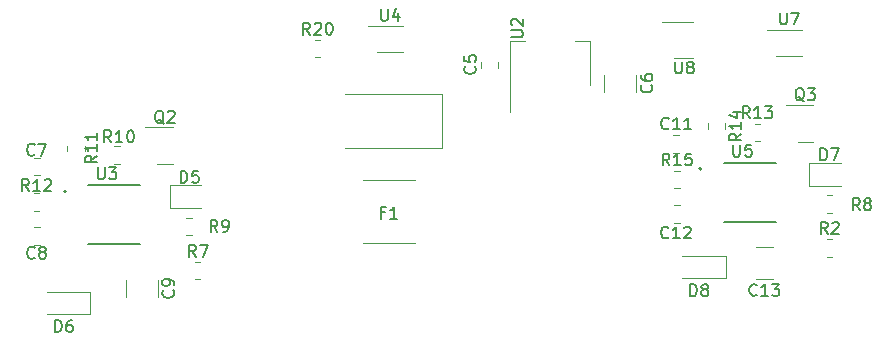
<source format=gbr>
%TF.GenerationSoftware,KiCad,Pcbnew,7.0.7*%
%TF.CreationDate,2024-03-31T21:55:30-04:00*%
%TF.ProjectId,4ch-driver-v0,3463682d-6472-4697-9665-722d76302e6b,rev?*%
%TF.SameCoordinates,Original*%
%TF.FileFunction,Legend,Top*%
%TF.FilePolarity,Positive*%
%FSLAX46Y46*%
G04 Gerber Fmt 4.6, Leading zero omitted, Abs format (unit mm)*
G04 Created by KiCad (PCBNEW 7.0.7) date 2024-03-31 21:55:30*
%MOMM*%
%LPD*%
G01*
G04 APERTURE LIST*
%ADD10C,0.150000*%
%ADD11C,0.120000*%
%ADD12C,0.127000*%
%ADD13C,0.200000*%
G04 APERTURE END LIST*
D10*
X110057142Y-101134819D02*
X109723809Y-100658628D01*
X109485714Y-101134819D02*
X109485714Y-100134819D01*
X109485714Y-100134819D02*
X109866666Y-100134819D01*
X109866666Y-100134819D02*
X109961904Y-100182438D01*
X109961904Y-100182438D02*
X110009523Y-100230057D01*
X110009523Y-100230057D02*
X110057142Y-100325295D01*
X110057142Y-100325295D02*
X110057142Y-100468152D01*
X110057142Y-100468152D02*
X110009523Y-100563390D01*
X110009523Y-100563390D02*
X109961904Y-100611009D01*
X109961904Y-100611009D02*
X109866666Y-100658628D01*
X109866666Y-100658628D02*
X109485714Y-100658628D01*
X111009523Y-101134819D02*
X110438095Y-101134819D01*
X110723809Y-101134819D02*
X110723809Y-100134819D01*
X110723809Y-100134819D02*
X110628571Y-100277676D01*
X110628571Y-100277676D02*
X110533333Y-100372914D01*
X110533333Y-100372914D02*
X110438095Y-100420533D01*
X111390476Y-100230057D02*
X111438095Y-100182438D01*
X111438095Y-100182438D02*
X111533333Y-100134819D01*
X111533333Y-100134819D02*
X111771428Y-100134819D01*
X111771428Y-100134819D02*
X111866666Y-100182438D01*
X111866666Y-100182438D02*
X111914285Y-100230057D01*
X111914285Y-100230057D02*
X111961904Y-100325295D01*
X111961904Y-100325295D02*
X111961904Y-100420533D01*
X111961904Y-100420533D02*
X111914285Y-100563390D01*
X111914285Y-100563390D02*
X111342857Y-101134819D01*
X111342857Y-101134819D02*
X111961904Y-101134819D01*
X122259580Y-109546666D02*
X122307200Y-109594285D01*
X122307200Y-109594285D02*
X122354819Y-109737142D01*
X122354819Y-109737142D02*
X122354819Y-109832380D01*
X122354819Y-109832380D02*
X122307200Y-109975237D01*
X122307200Y-109975237D02*
X122211961Y-110070475D01*
X122211961Y-110070475D02*
X122116723Y-110118094D01*
X122116723Y-110118094D02*
X121926247Y-110165713D01*
X121926247Y-110165713D02*
X121783390Y-110165713D01*
X121783390Y-110165713D02*
X121592914Y-110118094D01*
X121592914Y-110118094D02*
X121497676Y-110070475D01*
X121497676Y-110070475D02*
X121402438Y-109975237D01*
X121402438Y-109975237D02*
X121354819Y-109832380D01*
X121354819Y-109832380D02*
X121354819Y-109737142D01*
X121354819Y-109737142D02*
X121402438Y-109594285D01*
X121402438Y-109594285D02*
X121450057Y-109546666D01*
X122354819Y-109070475D02*
X122354819Y-108879999D01*
X122354819Y-108879999D02*
X122307200Y-108784761D01*
X122307200Y-108784761D02*
X122259580Y-108737142D01*
X122259580Y-108737142D02*
X122116723Y-108641904D01*
X122116723Y-108641904D02*
X121926247Y-108594285D01*
X121926247Y-108594285D02*
X121545295Y-108594285D01*
X121545295Y-108594285D02*
X121450057Y-108641904D01*
X121450057Y-108641904D02*
X121402438Y-108689523D01*
X121402438Y-108689523D02*
X121354819Y-108784761D01*
X121354819Y-108784761D02*
X121354819Y-108975237D01*
X121354819Y-108975237D02*
X121402438Y-109070475D01*
X121402438Y-109070475D02*
X121450057Y-109118094D01*
X121450057Y-109118094D02*
X121545295Y-109165713D01*
X121545295Y-109165713D02*
X121783390Y-109165713D01*
X121783390Y-109165713D02*
X121878628Y-109118094D01*
X121878628Y-109118094D02*
X121926247Y-109070475D01*
X121926247Y-109070475D02*
X121973866Y-108975237D01*
X121973866Y-108975237D02*
X121973866Y-108784761D01*
X121973866Y-108784761D02*
X121926247Y-108689523D01*
X121926247Y-108689523D02*
X121878628Y-108641904D01*
X121878628Y-108641904D02*
X121783390Y-108594285D01*
X139864095Y-85724819D02*
X139864095Y-86534342D01*
X139864095Y-86534342D02*
X139911714Y-86629580D01*
X139911714Y-86629580D02*
X139959333Y-86677200D01*
X139959333Y-86677200D02*
X140054571Y-86724819D01*
X140054571Y-86724819D02*
X140245047Y-86724819D01*
X140245047Y-86724819D02*
X140340285Y-86677200D01*
X140340285Y-86677200D02*
X140387904Y-86629580D01*
X140387904Y-86629580D02*
X140435523Y-86534342D01*
X140435523Y-86534342D02*
X140435523Y-85724819D01*
X141340285Y-86058152D02*
X141340285Y-86724819D01*
X141102190Y-85677200D02*
X140864095Y-86391485D01*
X140864095Y-86391485D02*
X141483142Y-86391485D01*
X122911905Y-100424819D02*
X122911905Y-99424819D01*
X122911905Y-99424819D02*
X123150000Y-99424819D01*
X123150000Y-99424819D02*
X123292857Y-99472438D01*
X123292857Y-99472438D02*
X123388095Y-99567676D01*
X123388095Y-99567676D02*
X123435714Y-99662914D01*
X123435714Y-99662914D02*
X123483333Y-99853390D01*
X123483333Y-99853390D02*
X123483333Y-99996247D01*
X123483333Y-99996247D02*
X123435714Y-100186723D01*
X123435714Y-100186723D02*
X123388095Y-100281961D01*
X123388095Y-100281961D02*
X123292857Y-100377200D01*
X123292857Y-100377200D02*
X123150000Y-100424819D01*
X123150000Y-100424819D02*
X122911905Y-100424819D01*
X124388095Y-99424819D02*
X123911905Y-99424819D01*
X123911905Y-99424819D02*
X123864286Y-99901009D01*
X123864286Y-99901009D02*
X123911905Y-99853390D01*
X123911905Y-99853390D02*
X124007143Y-99805771D01*
X124007143Y-99805771D02*
X124245238Y-99805771D01*
X124245238Y-99805771D02*
X124340476Y-99853390D01*
X124340476Y-99853390D02*
X124388095Y-99901009D01*
X124388095Y-99901009D02*
X124435714Y-99996247D01*
X124435714Y-99996247D02*
X124435714Y-100234342D01*
X124435714Y-100234342D02*
X124388095Y-100329580D01*
X124388095Y-100329580D02*
X124340476Y-100377200D01*
X124340476Y-100377200D02*
X124245238Y-100424819D01*
X124245238Y-100424819D02*
X124007143Y-100424819D01*
X124007143Y-100424819D02*
X123911905Y-100377200D01*
X123911905Y-100377200D02*
X123864286Y-100329580D01*
X170358819Y-96276857D02*
X169882628Y-96610190D01*
X170358819Y-96848285D02*
X169358819Y-96848285D01*
X169358819Y-96848285D02*
X169358819Y-96467333D01*
X169358819Y-96467333D02*
X169406438Y-96372095D01*
X169406438Y-96372095D02*
X169454057Y-96324476D01*
X169454057Y-96324476D02*
X169549295Y-96276857D01*
X169549295Y-96276857D02*
X169692152Y-96276857D01*
X169692152Y-96276857D02*
X169787390Y-96324476D01*
X169787390Y-96324476D02*
X169835009Y-96372095D01*
X169835009Y-96372095D02*
X169882628Y-96467333D01*
X169882628Y-96467333D02*
X169882628Y-96848285D01*
X170358819Y-95324476D02*
X170358819Y-95895904D01*
X170358819Y-95610190D02*
X169358819Y-95610190D01*
X169358819Y-95610190D02*
X169501676Y-95705428D01*
X169501676Y-95705428D02*
X169596914Y-95800666D01*
X169596914Y-95800666D02*
X169644533Y-95895904D01*
X169692152Y-94467333D02*
X170358819Y-94467333D01*
X169311200Y-94705428D02*
X170025485Y-94943523D01*
X170025485Y-94943523D02*
X170025485Y-94324476D01*
X110533333Y-106769580D02*
X110485714Y-106817200D01*
X110485714Y-106817200D02*
X110342857Y-106864819D01*
X110342857Y-106864819D02*
X110247619Y-106864819D01*
X110247619Y-106864819D02*
X110104762Y-106817200D01*
X110104762Y-106817200D02*
X110009524Y-106721961D01*
X110009524Y-106721961D02*
X109961905Y-106626723D01*
X109961905Y-106626723D02*
X109914286Y-106436247D01*
X109914286Y-106436247D02*
X109914286Y-106293390D01*
X109914286Y-106293390D02*
X109961905Y-106102914D01*
X109961905Y-106102914D02*
X110009524Y-106007676D01*
X110009524Y-106007676D02*
X110104762Y-105912438D01*
X110104762Y-105912438D02*
X110247619Y-105864819D01*
X110247619Y-105864819D02*
X110342857Y-105864819D01*
X110342857Y-105864819D02*
X110485714Y-105912438D01*
X110485714Y-105912438D02*
X110533333Y-105960057D01*
X111104762Y-106293390D02*
X111009524Y-106245771D01*
X111009524Y-106245771D02*
X110961905Y-106198152D01*
X110961905Y-106198152D02*
X110914286Y-106102914D01*
X110914286Y-106102914D02*
X110914286Y-106055295D01*
X110914286Y-106055295D02*
X110961905Y-105960057D01*
X110961905Y-105960057D02*
X111009524Y-105912438D01*
X111009524Y-105912438D02*
X111104762Y-105864819D01*
X111104762Y-105864819D02*
X111295238Y-105864819D01*
X111295238Y-105864819D02*
X111390476Y-105912438D01*
X111390476Y-105912438D02*
X111438095Y-105960057D01*
X111438095Y-105960057D02*
X111485714Y-106055295D01*
X111485714Y-106055295D02*
X111485714Y-106102914D01*
X111485714Y-106102914D02*
X111438095Y-106198152D01*
X111438095Y-106198152D02*
X111390476Y-106245771D01*
X111390476Y-106245771D02*
X111295238Y-106293390D01*
X111295238Y-106293390D02*
X111104762Y-106293390D01*
X111104762Y-106293390D02*
X111009524Y-106341009D01*
X111009524Y-106341009D02*
X110961905Y-106388628D01*
X110961905Y-106388628D02*
X110914286Y-106483866D01*
X110914286Y-106483866D02*
X110914286Y-106674342D01*
X110914286Y-106674342D02*
X110961905Y-106769580D01*
X110961905Y-106769580D02*
X111009524Y-106817200D01*
X111009524Y-106817200D02*
X111104762Y-106864819D01*
X111104762Y-106864819D02*
X111295238Y-106864819D01*
X111295238Y-106864819D02*
X111390476Y-106817200D01*
X111390476Y-106817200D02*
X111438095Y-106769580D01*
X111438095Y-106769580D02*
X111485714Y-106674342D01*
X111485714Y-106674342D02*
X111485714Y-106483866D01*
X111485714Y-106483866D02*
X111438095Y-106388628D01*
X111438095Y-106388628D02*
X111390476Y-106341009D01*
X111390476Y-106341009D02*
X111295238Y-106293390D01*
X140186666Y-102941009D02*
X139853333Y-102941009D01*
X139853333Y-103464819D02*
X139853333Y-102464819D01*
X139853333Y-102464819D02*
X140329523Y-102464819D01*
X141234285Y-103464819D02*
X140662857Y-103464819D01*
X140948571Y-103464819D02*
X140948571Y-102464819D01*
X140948571Y-102464819D02*
X140853333Y-102607676D01*
X140853333Y-102607676D02*
X140758095Y-102702914D01*
X140758095Y-102702914D02*
X140662857Y-102750533D01*
X177075905Y-98528819D02*
X177075905Y-97528819D01*
X177075905Y-97528819D02*
X177314000Y-97528819D01*
X177314000Y-97528819D02*
X177456857Y-97576438D01*
X177456857Y-97576438D02*
X177552095Y-97671676D01*
X177552095Y-97671676D02*
X177599714Y-97766914D01*
X177599714Y-97766914D02*
X177647333Y-97957390D01*
X177647333Y-97957390D02*
X177647333Y-98100247D01*
X177647333Y-98100247D02*
X177599714Y-98290723D01*
X177599714Y-98290723D02*
X177552095Y-98385961D01*
X177552095Y-98385961D02*
X177456857Y-98481200D01*
X177456857Y-98481200D02*
X177314000Y-98528819D01*
X177314000Y-98528819D02*
X177075905Y-98528819D01*
X177980667Y-97528819D02*
X178647333Y-97528819D01*
X178647333Y-97528819D02*
X178218762Y-98528819D01*
X112269405Y-113064819D02*
X112269405Y-112064819D01*
X112269405Y-112064819D02*
X112507500Y-112064819D01*
X112507500Y-112064819D02*
X112650357Y-112112438D01*
X112650357Y-112112438D02*
X112745595Y-112207676D01*
X112745595Y-112207676D02*
X112793214Y-112302914D01*
X112793214Y-112302914D02*
X112840833Y-112493390D01*
X112840833Y-112493390D02*
X112840833Y-112636247D01*
X112840833Y-112636247D02*
X112793214Y-112826723D01*
X112793214Y-112826723D02*
X112745595Y-112921961D01*
X112745595Y-112921961D02*
X112650357Y-113017200D01*
X112650357Y-113017200D02*
X112507500Y-113064819D01*
X112507500Y-113064819D02*
X112269405Y-113064819D01*
X113697976Y-112064819D02*
X113507500Y-112064819D01*
X113507500Y-112064819D02*
X113412262Y-112112438D01*
X113412262Y-112112438D02*
X113364643Y-112160057D01*
X113364643Y-112160057D02*
X113269405Y-112302914D01*
X113269405Y-112302914D02*
X113221786Y-112493390D01*
X113221786Y-112493390D02*
X113221786Y-112874342D01*
X113221786Y-112874342D02*
X113269405Y-112969580D01*
X113269405Y-112969580D02*
X113317024Y-113017200D01*
X113317024Y-113017200D02*
X113412262Y-113064819D01*
X113412262Y-113064819D02*
X113602738Y-113064819D01*
X113602738Y-113064819D02*
X113697976Y-113017200D01*
X113697976Y-113017200D02*
X113745595Y-112969580D01*
X113745595Y-112969580D02*
X113793214Y-112874342D01*
X113793214Y-112874342D02*
X113793214Y-112636247D01*
X113793214Y-112636247D02*
X113745595Y-112541009D01*
X113745595Y-112541009D02*
X113697976Y-112493390D01*
X113697976Y-112493390D02*
X113602738Y-112445771D01*
X113602738Y-112445771D02*
X113412262Y-112445771D01*
X113412262Y-112445771D02*
X113317024Y-112493390D01*
X113317024Y-112493390D02*
X113269405Y-112541009D01*
X113269405Y-112541009D02*
X113221786Y-112636247D01*
X121484761Y-95440057D02*
X121389523Y-95392438D01*
X121389523Y-95392438D02*
X121294285Y-95297200D01*
X121294285Y-95297200D02*
X121151428Y-95154342D01*
X121151428Y-95154342D02*
X121056190Y-95106723D01*
X121056190Y-95106723D02*
X120960952Y-95106723D01*
X121008571Y-95344819D02*
X120913333Y-95297200D01*
X120913333Y-95297200D02*
X120818095Y-95201961D01*
X120818095Y-95201961D02*
X120770476Y-95011485D01*
X120770476Y-95011485D02*
X120770476Y-94678152D01*
X120770476Y-94678152D02*
X120818095Y-94487676D01*
X120818095Y-94487676D02*
X120913333Y-94392438D01*
X120913333Y-94392438D02*
X121008571Y-94344819D01*
X121008571Y-94344819D02*
X121199047Y-94344819D01*
X121199047Y-94344819D02*
X121294285Y-94392438D01*
X121294285Y-94392438D02*
X121389523Y-94487676D01*
X121389523Y-94487676D02*
X121437142Y-94678152D01*
X121437142Y-94678152D02*
X121437142Y-95011485D01*
X121437142Y-95011485D02*
X121389523Y-95201961D01*
X121389523Y-95201961D02*
X121294285Y-95297200D01*
X121294285Y-95297200D02*
X121199047Y-95344819D01*
X121199047Y-95344819D02*
X121008571Y-95344819D01*
X121818095Y-94440057D02*
X121865714Y-94392438D01*
X121865714Y-94392438D02*
X121960952Y-94344819D01*
X121960952Y-94344819D02*
X122199047Y-94344819D01*
X122199047Y-94344819D02*
X122294285Y-94392438D01*
X122294285Y-94392438D02*
X122341904Y-94440057D01*
X122341904Y-94440057D02*
X122389523Y-94535295D01*
X122389523Y-94535295D02*
X122389523Y-94630533D01*
X122389523Y-94630533D02*
X122341904Y-94773390D01*
X122341904Y-94773390D02*
X121770476Y-95344819D01*
X121770476Y-95344819D02*
X122389523Y-95344819D01*
X164768095Y-90164819D02*
X164768095Y-90974342D01*
X164768095Y-90974342D02*
X164815714Y-91069580D01*
X164815714Y-91069580D02*
X164863333Y-91117200D01*
X164863333Y-91117200D02*
X164958571Y-91164819D01*
X164958571Y-91164819D02*
X165149047Y-91164819D01*
X165149047Y-91164819D02*
X165244285Y-91117200D01*
X165244285Y-91117200D02*
X165291904Y-91069580D01*
X165291904Y-91069580D02*
X165339523Y-90974342D01*
X165339523Y-90974342D02*
X165339523Y-90164819D01*
X165958571Y-90593390D02*
X165863333Y-90545771D01*
X165863333Y-90545771D02*
X165815714Y-90498152D01*
X165815714Y-90498152D02*
X165768095Y-90402914D01*
X165768095Y-90402914D02*
X165768095Y-90355295D01*
X165768095Y-90355295D02*
X165815714Y-90260057D01*
X165815714Y-90260057D02*
X165863333Y-90212438D01*
X165863333Y-90212438D02*
X165958571Y-90164819D01*
X165958571Y-90164819D02*
X166149047Y-90164819D01*
X166149047Y-90164819D02*
X166244285Y-90212438D01*
X166244285Y-90212438D02*
X166291904Y-90260057D01*
X166291904Y-90260057D02*
X166339523Y-90355295D01*
X166339523Y-90355295D02*
X166339523Y-90402914D01*
X166339523Y-90402914D02*
X166291904Y-90498152D01*
X166291904Y-90498152D02*
X166244285Y-90545771D01*
X166244285Y-90545771D02*
X166149047Y-90593390D01*
X166149047Y-90593390D02*
X165958571Y-90593390D01*
X165958571Y-90593390D02*
X165863333Y-90641009D01*
X165863333Y-90641009D02*
X165815714Y-90688628D01*
X165815714Y-90688628D02*
X165768095Y-90783866D01*
X165768095Y-90783866D02*
X165768095Y-90974342D01*
X165768095Y-90974342D02*
X165815714Y-91069580D01*
X165815714Y-91069580D02*
X165863333Y-91117200D01*
X165863333Y-91117200D02*
X165958571Y-91164819D01*
X165958571Y-91164819D02*
X166149047Y-91164819D01*
X166149047Y-91164819D02*
X166244285Y-91117200D01*
X166244285Y-91117200D02*
X166291904Y-91069580D01*
X166291904Y-91069580D02*
X166339523Y-90974342D01*
X166339523Y-90974342D02*
X166339523Y-90783866D01*
X166339523Y-90783866D02*
X166291904Y-90688628D01*
X166291904Y-90688628D02*
X166244285Y-90641009D01*
X166244285Y-90641009D02*
X166149047Y-90593390D01*
X171677142Y-109909580D02*
X171629523Y-109957200D01*
X171629523Y-109957200D02*
X171486666Y-110004819D01*
X171486666Y-110004819D02*
X171391428Y-110004819D01*
X171391428Y-110004819D02*
X171248571Y-109957200D01*
X171248571Y-109957200D02*
X171153333Y-109861961D01*
X171153333Y-109861961D02*
X171105714Y-109766723D01*
X171105714Y-109766723D02*
X171058095Y-109576247D01*
X171058095Y-109576247D02*
X171058095Y-109433390D01*
X171058095Y-109433390D02*
X171105714Y-109242914D01*
X171105714Y-109242914D02*
X171153333Y-109147676D01*
X171153333Y-109147676D02*
X171248571Y-109052438D01*
X171248571Y-109052438D02*
X171391428Y-109004819D01*
X171391428Y-109004819D02*
X171486666Y-109004819D01*
X171486666Y-109004819D02*
X171629523Y-109052438D01*
X171629523Y-109052438D02*
X171677142Y-109100057D01*
X172629523Y-110004819D02*
X172058095Y-110004819D01*
X172343809Y-110004819D02*
X172343809Y-109004819D01*
X172343809Y-109004819D02*
X172248571Y-109147676D01*
X172248571Y-109147676D02*
X172153333Y-109242914D01*
X172153333Y-109242914D02*
X172058095Y-109290533D01*
X172962857Y-109004819D02*
X173581904Y-109004819D01*
X173581904Y-109004819D02*
X173248571Y-109385771D01*
X173248571Y-109385771D02*
X173391428Y-109385771D01*
X173391428Y-109385771D02*
X173486666Y-109433390D01*
X173486666Y-109433390D02*
X173534285Y-109481009D01*
X173534285Y-109481009D02*
X173581904Y-109576247D01*
X173581904Y-109576247D02*
X173581904Y-109814342D01*
X173581904Y-109814342D02*
X173534285Y-109909580D01*
X173534285Y-109909580D02*
X173486666Y-109957200D01*
X173486666Y-109957200D02*
X173391428Y-110004819D01*
X173391428Y-110004819D02*
X173105714Y-110004819D01*
X173105714Y-110004819D02*
X173010476Y-109957200D01*
X173010476Y-109957200D02*
X172962857Y-109909580D01*
X115893095Y-99122819D02*
X115893095Y-99932342D01*
X115893095Y-99932342D02*
X115940714Y-100027580D01*
X115940714Y-100027580D02*
X115988333Y-100075200D01*
X115988333Y-100075200D02*
X116083571Y-100122819D01*
X116083571Y-100122819D02*
X116274047Y-100122819D01*
X116274047Y-100122819D02*
X116369285Y-100075200D01*
X116369285Y-100075200D02*
X116416904Y-100027580D01*
X116416904Y-100027580D02*
X116464523Y-99932342D01*
X116464523Y-99932342D02*
X116464523Y-99122819D01*
X116845476Y-99122819D02*
X117464523Y-99122819D01*
X117464523Y-99122819D02*
X117131190Y-99503771D01*
X117131190Y-99503771D02*
X117274047Y-99503771D01*
X117274047Y-99503771D02*
X117369285Y-99551390D01*
X117369285Y-99551390D02*
X117416904Y-99599009D01*
X117416904Y-99599009D02*
X117464523Y-99694247D01*
X117464523Y-99694247D02*
X117464523Y-99932342D01*
X117464523Y-99932342D02*
X117416904Y-100027580D01*
X117416904Y-100027580D02*
X117369285Y-100075200D01*
X117369285Y-100075200D02*
X117274047Y-100122819D01*
X117274047Y-100122819D02*
X116988333Y-100122819D01*
X116988333Y-100122819D02*
X116893095Y-100075200D01*
X116893095Y-100075200D02*
X116845476Y-100027580D01*
X169687095Y-97216819D02*
X169687095Y-98026342D01*
X169687095Y-98026342D02*
X169734714Y-98121580D01*
X169734714Y-98121580D02*
X169782333Y-98169200D01*
X169782333Y-98169200D02*
X169877571Y-98216819D01*
X169877571Y-98216819D02*
X170068047Y-98216819D01*
X170068047Y-98216819D02*
X170163285Y-98169200D01*
X170163285Y-98169200D02*
X170210904Y-98121580D01*
X170210904Y-98121580D02*
X170258523Y-98026342D01*
X170258523Y-98026342D02*
X170258523Y-97216819D01*
X171210904Y-97216819D02*
X170734714Y-97216819D01*
X170734714Y-97216819D02*
X170687095Y-97693009D01*
X170687095Y-97693009D02*
X170734714Y-97645390D01*
X170734714Y-97645390D02*
X170829952Y-97597771D01*
X170829952Y-97597771D02*
X171068047Y-97597771D01*
X171068047Y-97597771D02*
X171163285Y-97645390D01*
X171163285Y-97645390D02*
X171210904Y-97693009D01*
X171210904Y-97693009D02*
X171258523Y-97788247D01*
X171258523Y-97788247D02*
X171258523Y-98026342D01*
X171258523Y-98026342D02*
X171210904Y-98121580D01*
X171210904Y-98121580D02*
X171163285Y-98169200D01*
X171163285Y-98169200D02*
X171068047Y-98216819D01*
X171068047Y-98216819D02*
X170829952Y-98216819D01*
X170829952Y-98216819D02*
X170734714Y-98169200D01*
X170734714Y-98169200D02*
X170687095Y-98121580D01*
X147819580Y-90586666D02*
X147867200Y-90634285D01*
X147867200Y-90634285D02*
X147914819Y-90777142D01*
X147914819Y-90777142D02*
X147914819Y-90872380D01*
X147914819Y-90872380D02*
X147867200Y-91015237D01*
X147867200Y-91015237D02*
X147771961Y-91110475D01*
X147771961Y-91110475D02*
X147676723Y-91158094D01*
X147676723Y-91158094D02*
X147486247Y-91205713D01*
X147486247Y-91205713D02*
X147343390Y-91205713D01*
X147343390Y-91205713D02*
X147152914Y-91158094D01*
X147152914Y-91158094D02*
X147057676Y-91110475D01*
X147057676Y-91110475D02*
X146962438Y-91015237D01*
X146962438Y-91015237D02*
X146914819Y-90872380D01*
X146914819Y-90872380D02*
X146914819Y-90777142D01*
X146914819Y-90777142D02*
X146962438Y-90634285D01*
X146962438Y-90634285D02*
X147010057Y-90586666D01*
X146914819Y-89681904D02*
X146914819Y-90158094D01*
X146914819Y-90158094D02*
X147391009Y-90205713D01*
X147391009Y-90205713D02*
X147343390Y-90158094D01*
X147343390Y-90158094D02*
X147295771Y-90062856D01*
X147295771Y-90062856D02*
X147295771Y-89824761D01*
X147295771Y-89824761D02*
X147343390Y-89729523D01*
X147343390Y-89729523D02*
X147391009Y-89681904D01*
X147391009Y-89681904D02*
X147486247Y-89634285D01*
X147486247Y-89634285D02*
X147724342Y-89634285D01*
X147724342Y-89634285D02*
X147819580Y-89681904D01*
X147819580Y-89681904D02*
X147867200Y-89729523D01*
X147867200Y-89729523D02*
X147914819Y-89824761D01*
X147914819Y-89824761D02*
X147914819Y-90062856D01*
X147914819Y-90062856D02*
X147867200Y-90158094D01*
X147867200Y-90158094D02*
X147819580Y-90205713D01*
X180403333Y-102754819D02*
X180070000Y-102278628D01*
X179831905Y-102754819D02*
X179831905Y-101754819D01*
X179831905Y-101754819D02*
X180212857Y-101754819D01*
X180212857Y-101754819D02*
X180308095Y-101802438D01*
X180308095Y-101802438D02*
X180355714Y-101850057D01*
X180355714Y-101850057D02*
X180403333Y-101945295D01*
X180403333Y-101945295D02*
X180403333Y-102088152D01*
X180403333Y-102088152D02*
X180355714Y-102183390D01*
X180355714Y-102183390D02*
X180308095Y-102231009D01*
X180308095Y-102231009D02*
X180212857Y-102278628D01*
X180212857Y-102278628D02*
X179831905Y-102278628D01*
X180974762Y-102183390D02*
X180879524Y-102135771D01*
X180879524Y-102135771D02*
X180831905Y-102088152D01*
X180831905Y-102088152D02*
X180784286Y-101992914D01*
X180784286Y-101992914D02*
X180784286Y-101945295D01*
X180784286Y-101945295D02*
X180831905Y-101850057D01*
X180831905Y-101850057D02*
X180879524Y-101802438D01*
X180879524Y-101802438D02*
X180974762Y-101754819D01*
X180974762Y-101754819D02*
X181165238Y-101754819D01*
X181165238Y-101754819D02*
X181260476Y-101802438D01*
X181260476Y-101802438D02*
X181308095Y-101850057D01*
X181308095Y-101850057D02*
X181355714Y-101945295D01*
X181355714Y-101945295D02*
X181355714Y-101992914D01*
X181355714Y-101992914D02*
X181308095Y-102088152D01*
X181308095Y-102088152D02*
X181260476Y-102135771D01*
X181260476Y-102135771D02*
X181165238Y-102183390D01*
X181165238Y-102183390D02*
X180974762Y-102183390D01*
X180974762Y-102183390D02*
X180879524Y-102231009D01*
X180879524Y-102231009D02*
X180831905Y-102278628D01*
X180831905Y-102278628D02*
X180784286Y-102373866D01*
X180784286Y-102373866D02*
X180784286Y-102564342D01*
X180784286Y-102564342D02*
X180831905Y-102659580D01*
X180831905Y-102659580D02*
X180879524Y-102707200D01*
X180879524Y-102707200D02*
X180974762Y-102754819D01*
X180974762Y-102754819D02*
X181165238Y-102754819D01*
X181165238Y-102754819D02*
X181260476Y-102707200D01*
X181260476Y-102707200D02*
X181308095Y-102659580D01*
X181308095Y-102659580D02*
X181355714Y-102564342D01*
X181355714Y-102564342D02*
X181355714Y-102373866D01*
X181355714Y-102373866D02*
X181308095Y-102278628D01*
X181308095Y-102278628D02*
X181260476Y-102231009D01*
X181260476Y-102231009D02*
X181165238Y-102183390D01*
X110533333Y-98029580D02*
X110485714Y-98077200D01*
X110485714Y-98077200D02*
X110342857Y-98124819D01*
X110342857Y-98124819D02*
X110247619Y-98124819D01*
X110247619Y-98124819D02*
X110104762Y-98077200D01*
X110104762Y-98077200D02*
X110009524Y-97981961D01*
X110009524Y-97981961D02*
X109961905Y-97886723D01*
X109961905Y-97886723D02*
X109914286Y-97696247D01*
X109914286Y-97696247D02*
X109914286Y-97553390D01*
X109914286Y-97553390D02*
X109961905Y-97362914D01*
X109961905Y-97362914D02*
X110009524Y-97267676D01*
X110009524Y-97267676D02*
X110104762Y-97172438D01*
X110104762Y-97172438D02*
X110247619Y-97124819D01*
X110247619Y-97124819D02*
X110342857Y-97124819D01*
X110342857Y-97124819D02*
X110485714Y-97172438D01*
X110485714Y-97172438D02*
X110533333Y-97220057D01*
X110866667Y-97124819D02*
X111533333Y-97124819D01*
X111533333Y-97124819D02*
X111104762Y-98124819D01*
X171081142Y-94968819D02*
X170747809Y-94492628D01*
X170509714Y-94968819D02*
X170509714Y-93968819D01*
X170509714Y-93968819D02*
X170890666Y-93968819D01*
X170890666Y-93968819D02*
X170985904Y-94016438D01*
X170985904Y-94016438D02*
X171033523Y-94064057D01*
X171033523Y-94064057D02*
X171081142Y-94159295D01*
X171081142Y-94159295D02*
X171081142Y-94302152D01*
X171081142Y-94302152D02*
X171033523Y-94397390D01*
X171033523Y-94397390D02*
X170985904Y-94445009D01*
X170985904Y-94445009D02*
X170890666Y-94492628D01*
X170890666Y-94492628D02*
X170509714Y-94492628D01*
X172033523Y-94968819D02*
X171462095Y-94968819D01*
X171747809Y-94968819D02*
X171747809Y-93968819D01*
X171747809Y-93968819D02*
X171652571Y-94111676D01*
X171652571Y-94111676D02*
X171557333Y-94206914D01*
X171557333Y-94206914D02*
X171462095Y-94254533D01*
X172366857Y-93968819D02*
X172985904Y-93968819D01*
X172985904Y-93968819D02*
X172652571Y-94349771D01*
X172652571Y-94349771D02*
X172795428Y-94349771D01*
X172795428Y-94349771D02*
X172890666Y-94397390D01*
X172890666Y-94397390D02*
X172938285Y-94445009D01*
X172938285Y-94445009D02*
X172985904Y-94540247D01*
X172985904Y-94540247D02*
X172985904Y-94778342D01*
X172985904Y-94778342D02*
X172938285Y-94873580D01*
X172938285Y-94873580D02*
X172890666Y-94921200D01*
X172890666Y-94921200D02*
X172795428Y-94968819D01*
X172795428Y-94968819D02*
X172509714Y-94968819D01*
X172509714Y-94968819D02*
X172414476Y-94921200D01*
X172414476Y-94921200D02*
X172366857Y-94873580D01*
X166049905Y-110028819D02*
X166049905Y-109028819D01*
X166049905Y-109028819D02*
X166288000Y-109028819D01*
X166288000Y-109028819D02*
X166430857Y-109076438D01*
X166430857Y-109076438D02*
X166526095Y-109171676D01*
X166526095Y-109171676D02*
X166573714Y-109266914D01*
X166573714Y-109266914D02*
X166621333Y-109457390D01*
X166621333Y-109457390D02*
X166621333Y-109600247D01*
X166621333Y-109600247D02*
X166573714Y-109790723D01*
X166573714Y-109790723D02*
X166526095Y-109885961D01*
X166526095Y-109885961D02*
X166430857Y-109981200D01*
X166430857Y-109981200D02*
X166288000Y-110028819D01*
X166288000Y-110028819D02*
X166049905Y-110028819D01*
X167192762Y-109457390D02*
X167097524Y-109409771D01*
X167097524Y-109409771D02*
X167049905Y-109362152D01*
X167049905Y-109362152D02*
X167002286Y-109266914D01*
X167002286Y-109266914D02*
X167002286Y-109219295D01*
X167002286Y-109219295D02*
X167049905Y-109124057D01*
X167049905Y-109124057D02*
X167097524Y-109076438D01*
X167097524Y-109076438D02*
X167192762Y-109028819D01*
X167192762Y-109028819D02*
X167383238Y-109028819D01*
X167383238Y-109028819D02*
X167478476Y-109076438D01*
X167478476Y-109076438D02*
X167526095Y-109124057D01*
X167526095Y-109124057D02*
X167573714Y-109219295D01*
X167573714Y-109219295D02*
X167573714Y-109266914D01*
X167573714Y-109266914D02*
X167526095Y-109362152D01*
X167526095Y-109362152D02*
X167478476Y-109409771D01*
X167478476Y-109409771D02*
X167383238Y-109457390D01*
X167383238Y-109457390D02*
X167192762Y-109457390D01*
X167192762Y-109457390D02*
X167097524Y-109505009D01*
X167097524Y-109505009D02*
X167049905Y-109552628D01*
X167049905Y-109552628D02*
X167002286Y-109647866D01*
X167002286Y-109647866D02*
X167002286Y-109838342D01*
X167002286Y-109838342D02*
X167049905Y-109933580D01*
X167049905Y-109933580D02*
X167097524Y-109981200D01*
X167097524Y-109981200D02*
X167192762Y-110028819D01*
X167192762Y-110028819D02*
X167383238Y-110028819D01*
X167383238Y-110028819D02*
X167478476Y-109981200D01*
X167478476Y-109981200D02*
X167526095Y-109933580D01*
X167526095Y-109933580D02*
X167573714Y-109838342D01*
X167573714Y-109838342D02*
X167573714Y-109647866D01*
X167573714Y-109647866D02*
X167526095Y-109552628D01*
X167526095Y-109552628D02*
X167478476Y-109505009D01*
X167478476Y-109505009D02*
X167383238Y-109457390D01*
X162749580Y-92166666D02*
X162797200Y-92214285D01*
X162797200Y-92214285D02*
X162844819Y-92357142D01*
X162844819Y-92357142D02*
X162844819Y-92452380D01*
X162844819Y-92452380D02*
X162797200Y-92595237D01*
X162797200Y-92595237D02*
X162701961Y-92690475D01*
X162701961Y-92690475D02*
X162606723Y-92738094D01*
X162606723Y-92738094D02*
X162416247Y-92785713D01*
X162416247Y-92785713D02*
X162273390Y-92785713D01*
X162273390Y-92785713D02*
X162082914Y-92738094D01*
X162082914Y-92738094D02*
X161987676Y-92690475D01*
X161987676Y-92690475D02*
X161892438Y-92595237D01*
X161892438Y-92595237D02*
X161844819Y-92452380D01*
X161844819Y-92452380D02*
X161844819Y-92357142D01*
X161844819Y-92357142D02*
X161892438Y-92214285D01*
X161892438Y-92214285D02*
X161940057Y-92166666D01*
X161844819Y-91309523D02*
X161844819Y-91499999D01*
X161844819Y-91499999D02*
X161892438Y-91595237D01*
X161892438Y-91595237D02*
X161940057Y-91642856D01*
X161940057Y-91642856D02*
X162082914Y-91738094D01*
X162082914Y-91738094D02*
X162273390Y-91785713D01*
X162273390Y-91785713D02*
X162654342Y-91785713D01*
X162654342Y-91785713D02*
X162749580Y-91738094D01*
X162749580Y-91738094D02*
X162797200Y-91690475D01*
X162797200Y-91690475D02*
X162844819Y-91595237D01*
X162844819Y-91595237D02*
X162844819Y-91404761D01*
X162844819Y-91404761D02*
X162797200Y-91309523D01*
X162797200Y-91309523D02*
X162749580Y-91261904D01*
X162749580Y-91261904D02*
X162654342Y-91214285D01*
X162654342Y-91214285D02*
X162416247Y-91214285D01*
X162416247Y-91214285D02*
X162321009Y-91261904D01*
X162321009Y-91261904D02*
X162273390Y-91309523D01*
X162273390Y-91309523D02*
X162225771Y-91404761D01*
X162225771Y-91404761D02*
X162225771Y-91595237D01*
X162225771Y-91595237D02*
X162273390Y-91690475D01*
X162273390Y-91690475D02*
X162321009Y-91738094D01*
X162321009Y-91738094D02*
X162416247Y-91785713D01*
X164291142Y-98968819D02*
X163957809Y-98492628D01*
X163719714Y-98968819D02*
X163719714Y-97968819D01*
X163719714Y-97968819D02*
X164100666Y-97968819D01*
X164100666Y-97968819D02*
X164195904Y-98016438D01*
X164195904Y-98016438D02*
X164243523Y-98064057D01*
X164243523Y-98064057D02*
X164291142Y-98159295D01*
X164291142Y-98159295D02*
X164291142Y-98302152D01*
X164291142Y-98302152D02*
X164243523Y-98397390D01*
X164243523Y-98397390D02*
X164195904Y-98445009D01*
X164195904Y-98445009D02*
X164100666Y-98492628D01*
X164100666Y-98492628D02*
X163719714Y-98492628D01*
X165243523Y-98968819D02*
X164672095Y-98968819D01*
X164957809Y-98968819D02*
X164957809Y-97968819D01*
X164957809Y-97968819D02*
X164862571Y-98111676D01*
X164862571Y-98111676D02*
X164767333Y-98206914D01*
X164767333Y-98206914D02*
X164672095Y-98254533D01*
X166148285Y-97968819D02*
X165672095Y-97968819D01*
X165672095Y-97968819D02*
X165624476Y-98445009D01*
X165624476Y-98445009D02*
X165672095Y-98397390D01*
X165672095Y-98397390D02*
X165767333Y-98349771D01*
X165767333Y-98349771D02*
X166005428Y-98349771D01*
X166005428Y-98349771D02*
X166100666Y-98397390D01*
X166100666Y-98397390D02*
X166148285Y-98445009D01*
X166148285Y-98445009D02*
X166195904Y-98540247D01*
X166195904Y-98540247D02*
X166195904Y-98778342D01*
X166195904Y-98778342D02*
X166148285Y-98873580D01*
X166148285Y-98873580D02*
X166100666Y-98921200D01*
X166100666Y-98921200D02*
X166005428Y-98968819D01*
X166005428Y-98968819D02*
X165767333Y-98968819D01*
X165767333Y-98968819D02*
X165672095Y-98921200D01*
X165672095Y-98921200D02*
X165624476Y-98873580D01*
X115814819Y-98142857D02*
X115338628Y-98476190D01*
X115814819Y-98714285D02*
X114814819Y-98714285D01*
X114814819Y-98714285D02*
X114814819Y-98333333D01*
X114814819Y-98333333D02*
X114862438Y-98238095D01*
X114862438Y-98238095D02*
X114910057Y-98190476D01*
X114910057Y-98190476D02*
X115005295Y-98142857D01*
X115005295Y-98142857D02*
X115148152Y-98142857D01*
X115148152Y-98142857D02*
X115243390Y-98190476D01*
X115243390Y-98190476D02*
X115291009Y-98238095D01*
X115291009Y-98238095D02*
X115338628Y-98333333D01*
X115338628Y-98333333D02*
X115338628Y-98714285D01*
X115814819Y-97190476D02*
X115814819Y-97761904D01*
X115814819Y-97476190D02*
X114814819Y-97476190D01*
X114814819Y-97476190D02*
X114957676Y-97571428D01*
X114957676Y-97571428D02*
X115052914Y-97666666D01*
X115052914Y-97666666D02*
X115100533Y-97761904D01*
X115814819Y-96238095D02*
X115814819Y-96809523D01*
X115814819Y-96523809D02*
X114814819Y-96523809D01*
X114814819Y-96523809D02*
X114957676Y-96619047D01*
X114957676Y-96619047D02*
X115052914Y-96714285D01*
X115052914Y-96714285D02*
X115100533Y-96809523D01*
X133857142Y-87884819D02*
X133523809Y-87408628D01*
X133285714Y-87884819D02*
X133285714Y-86884819D01*
X133285714Y-86884819D02*
X133666666Y-86884819D01*
X133666666Y-86884819D02*
X133761904Y-86932438D01*
X133761904Y-86932438D02*
X133809523Y-86980057D01*
X133809523Y-86980057D02*
X133857142Y-87075295D01*
X133857142Y-87075295D02*
X133857142Y-87218152D01*
X133857142Y-87218152D02*
X133809523Y-87313390D01*
X133809523Y-87313390D02*
X133761904Y-87361009D01*
X133761904Y-87361009D02*
X133666666Y-87408628D01*
X133666666Y-87408628D02*
X133285714Y-87408628D01*
X134238095Y-86980057D02*
X134285714Y-86932438D01*
X134285714Y-86932438D02*
X134380952Y-86884819D01*
X134380952Y-86884819D02*
X134619047Y-86884819D01*
X134619047Y-86884819D02*
X134714285Y-86932438D01*
X134714285Y-86932438D02*
X134761904Y-86980057D01*
X134761904Y-86980057D02*
X134809523Y-87075295D01*
X134809523Y-87075295D02*
X134809523Y-87170533D01*
X134809523Y-87170533D02*
X134761904Y-87313390D01*
X134761904Y-87313390D02*
X134190476Y-87884819D01*
X134190476Y-87884819D02*
X134809523Y-87884819D01*
X135428571Y-86884819D02*
X135523809Y-86884819D01*
X135523809Y-86884819D02*
X135619047Y-86932438D01*
X135619047Y-86932438D02*
X135666666Y-86980057D01*
X135666666Y-86980057D02*
X135714285Y-87075295D01*
X135714285Y-87075295D02*
X135761904Y-87265771D01*
X135761904Y-87265771D02*
X135761904Y-87503866D01*
X135761904Y-87503866D02*
X135714285Y-87694342D01*
X135714285Y-87694342D02*
X135666666Y-87789580D01*
X135666666Y-87789580D02*
X135619047Y-87837200D01*
X135619047Y-87837200D02*
X135523809Y-87884819D01*
X135523809Y-87884819D02*
X135428571Y-87884819D01*
X135428571Y-87884819D02*
X135333333Y-87837200D01*
X135333333Y-87837200D02*
X135285714Y-87789580D01*
X135285714Y-87789580D02*
X135238095Y-87694342D01*
X135238095Y-87694342D02*
X135190476Y-87503866D01*
X135190476Y-87503866D02*
X135190476Y-87265771D01*
X135190476Y-87265771D02*
X135238095Y-87075295D01*
X135238095Y-87075295D02*
X135285714Y-86980057D01*
X135285714Y-86980057D02*
X135333333Y-86932438D01*
X135333333Y-86932438D02*
X135428571Y-86884819D01*
X126023333Y-104584819D02*
X125690000Y-104108628D01*
X125451905Y-104584819D02*
X125451905Y-103584819D01*
X125451905Y-103584819D02*
X125832857Y-103584819D01*
X125832857Y-103584819D02*
X125928095Y-103632438D01*
X125928095Y-103632438D02*
X125975714Y-103680057D01*
X125975714Y-103680057D02*
X126023333Y-103775295D01*
X126023333Y-103775295D02*
X126023333Y-103918152D01*
X126023333Y-103918152D02*
X125975714Y-104013390D01*
X125975714Y-104013390D02*
X125928095Y-104061009D01*
X125928095Y-104061009D02*
X125832857Y-104108628D01*
X125832857Y-104108628D02*
X125451905Y-104108628D01*
X126499524Y-104584819D02*
X126690000Y-104584819D01*
X126690000Y-104584819D02*
X126785238Y-104537200D01*
X126785238Y-104537200D02*
X126832857Y-104489580D01*
X126832857Y-104489580D02*
X126928095Y-104346723D01*
X126928095Y-104346723D02*
X126975714Y-104156247D01*
X126975714Y-104156247D02*
X126975714Y-103775295D01*
X126975714Y-103775295D02*
X126928095Y-103680057D01*
X126928095Y-103680057D02*
X126880476Y-103632438D01*
X126880476Y-103632438D02*
X126785238Y-103584819D01*
X126785238Y-103584819D02*
X126594762Y-103584819D01*
X126594762Y-103584819D02*
X126499524Y-103632438D01*
X126499524Y-103632438D02*
X126451905Y-103680057D01*
X126451905Y-103680057D02*
X126404286Y-103775295D01*
X126404286Y-103775295D02*
X126404286Y-104013390D01*
X126404286Y-104013390D02*
X126451905Y-104108628D01*
X126451905Y-104108628D02*
X126499524Y-104156247D01*
X126499524Y-104156247D02*
X126594762Y-104203866D01*
X126594762Y-104203866D02*
X126785238Y-104203866D01*
X126785238Y-104203866D02*
X126880476Y-104156247D01*
X126880476Y-104156247D02*
X126928095Y-104108628D01*
X126928095Y-104108628D02*
X126975714Y-104013390D01*
X124183333Y-106684819D02*
X123850000Y-106208628D01*
X123611905Y-106684819D02*
X123611905Y-105684819D01*
X123611905Y-105684819D02*
X123992857Y-105684819D01*
X123992857Y-105684819D02*
X124088095Y-105732438D01*
X124088095Y-105732438D02*
X124135714Y-105780057D01*
X124135714Y-105780057D02*
X124183333Y-105875295D01*
X124183333Y-105875295D02*
X124183333Y-106018152D01*
X124183333Y-106018152D02*
X124135714Y-106113390D01*
X124135714Y-106113390D02*
X124088095Y-106161009D01*
X124088095Y-106161009D02*
X123992857Y-106208628D01*
X123992857Y-106208628D02*
X123611905Y-106208628D01*
X124516667Y-105684819D02*
X125183333Y-105684819D01*
X125183333Y-105684819D02*
X124754762Y-106684819D01*
X117027142Y-96994819D02*
X116693809Y-96518628D01*
X116455714Y-96994819D02*
X116455714Y-95994819D01*
X116455714Y-95994819D02*
X116836666Y-95994819D01*
X116836666Y-95994819D02*
X116931904Y-96042438D01*
X116931904Y-96042438D02*
X116979523Y-96090057D01*
X116979523Y-96090057D02*
X117027142Y-96185295D01*
X117027142Y-96185295D02*
X117027142Y-96328152D01*
X117027142Y-96328152D02*
X116979523Y-96423390D01*
X116979523Y-96423390D02*
X116931904Y-96471009D01*
X116931904Y-96471009D02*
X116836666Y-96518628D01*
X116836666Y-96518628D02*
X116455714Y-96518628D01*
X117979523Y-96994819D02*
X117408095Y-96994819D01*
X117693809Y-96994819D02*
X117693809Y-95994819D01*
X117693809Y-95994819D02*
X117598571Y-96137676D01*
X117598571Y-96137676D02*
X117503333Y-96232914D01*
X117503333Y-96232914D02*
X117408095Y-96280533D01*
X118598571Y-95994819D02*
X118693809Y-95994819D01*
X118693809Y-95994819D02*
X118789047Y-96042438D01*
X118789047Y-96042438D02*
X118836666Y-96090057D01*
X118836666Y-96090057D02*
X118884285Y-96185295D01*
X118884285Y-96185295D02*
X118931904Y-96375771D01*
X118931904Y-96375771D02*
X118931904Y-96613866D01*
X118931904Y-96613866D02*
X118884285Y-96804342D01*
X118884285Y-96804342D02*
X118836666Y-96899580D01*
X118836666Y-96899580D02*
X118789047Y-96947200D01*
X118789047Y-96947200D02*
X118693809Y-96994819D01*
X118693809Y-96994819D02*
X118598571Y-96994819D01*
X118598571Y-96994819D02*
X118503333Y-96947200D01*
X118503333Y-96947200D02*
X118455714Y-96899580D01*
X118455714Y-96899580D02*
X118408095Y-96804342D01*
X118408095Y-96804342D02*
X118360476Y-96613866D01*
X118360476Y-96613866D02*
X118360476Y-96375771D01*
X118360476Y-96375771D02*
X118408095Y-96185295D01*
X118408095Y-96185295D02*
X118455714Y-96090057D01*
X118455714Y-96090057D02*
X118503333Y-96042438D01*
X118503333Y-96042438D02*
X118598571Y-95994819D01*
X150884819Y-88101904D02*
X151694342Y-88101904D01*
X151694342Y-88101904D02*
X151789580Y-88054285D01*
X151789580Y-88054285D02*
X151837200Y-88006666D01*
X151837200Y-88006666D02*
X151884819Y-87911428D01*
X151884819Y-87911428D02*
X151884819Y-87720952D01*
X151884819Y-87720952D02*
X151837200Y-87625714D01*
X151837200Y-87625714D02*
X151789580Y-87578095D01*
X151789580Y-87578095D02*
X151694342Y-87530476D01*
X151694342Y-87530476D02*
X150884819Y-87530476D01*
X150980057Y-87101904D02*
X150932438Y-87054285D01*
X150932438Y-87054285D02*
X150884819Y-86959047D01*
X150884819Y-86959047D02*
X150884819Y-86720952D01*
X150884819Y-86720952D02*
X150932438Y-86625714D01*
X150932438Y-86625714D02*
X150980057Y-86578095D01*
X150980057Y-86578095D02*
X151075295Y-86530476D01*
X151075295Y-86530476D02*
X151170533Y-86530476D01*
X151170533Y-86530476D02*
X151313390Y-86578095D01*
X151313390Y-86578095D02*
X151884819Y-87149523D01*
X151884819Y-87149523D02*
X151884819Y-86530476D01*
X164207142Y-105049580D02*
X164159523Y-105097200D01*
X164159523Y-105097200D02*
X164016666Y-105144819D01*
X164016666Y-105144819D02*
X163921428Y-105144819D01*
X163921428Y-105144819D02*
X163778571Y-105097200D01*
X163778571Y-105097200D02*
X163683333Y-105001961D01*
X163683333Y-105001961D02*
X163635714Y-104906723D01*
X163635714Y-104906723D02*
X163588095Y-104716247D01*
X163588095Y-104716247D02*
X163588095Y-104573390D01*
X163588095Y-104573390D02*
X163635714Y-104382914D01*
X163635714Y-104382914D02*
X163683333Y-104287676D01*
X163683333Y-104287676D02*
X163778571Y-104192438D01*
X163778571Y-104192438D02*
X163921428Y-104144819D01*
X163921428Y-104144819D02*
X164016666Y-104144819D01*
X164016666Y-104144819D02*
X164159523Y-104192438D01*
X164159523Y-104192438D02*
X164207142Y-104240057D01*
X165159523Y-105144819D02*
X164588095Y-105144819D01*
X164873809Y-105144819D02*
X164873809Y-104144819D01*
X164873809Y-104144819D02*
X164778571Y-104287676D01*
X164778571Y-104287676D02*
X164683333Y-104382914D01*
X164683333Y-104382914D02*
X164588095Y-104430533D01*
X165540476Y-104240057D02*
X165588095Y-104192438D01*
X165588095Y-104192438D02*
X165683333Y-104144819D01*
X165683333Y-104144819D02*
X165921428Y-104144819D01*
X165921428Y-104144819D02*
X166016666Y-104192438D01*
X166016666Y-104192438D02*
X166064285Y-104240057D01*
X166064285Y-104240057D02*
X166111904Y-104335295D01*
X166111904Y-104335295D02*
X166111904Y-104430533D01*
X166111904Y-104430533D02*
X166064285Y-104573390D01*
X166064285Y-104573390D02*
X165492857Y-105144819D01*
X165492857Y-105144819D02*
X166111904Y-105144819D01*
X164221142Y-95823580D02*
X164173523Y-95871200D01*
X164173523Y-95871200D02*
X164030666Y-95918819D01*
X164030666Y-95918819D02*
X163935428Y-95918819D01*
X163935428Y-95918819D02*
X163792571Y-95871200D01*
X163792571Y-95871200D02*
X163697333Y-95775961D01*
X163697333Y-95775961D02*
X163649714Y-95680723D01*
X163649714Y-95680723D02*
X163602095Y-95490247D01*
X163602095Y-95490247D02*
X163602095Y-95347390D01*
X163602095Y-95347390D02*
X163649714Y-95156914D01*
X163649714Y-95156914D02*
X163697333Y-95061676D01*
X163697333Y-95061676D02*
X163792571Y-94966438D01*
X163792571Y-94966438D02*
X163935428Y-94918819D01*
X163935428Y-94918819D02*
X164030666Y-94918819D01*
X164030666Y-94918819D02*
X164173523Y-94966438D01*
X164173523Y-94966438D02*
X164221142Y-95014057D01*
X165173523Y-95918819D02*
X164602095Y-95918819D01*
X164887809Y-95918819D02*
X164887809Y-94918819D01*
X164887809Y-94918819D02*
X164792571Y-95061676D01*
X164792571Y-95061676D02*
X164697333Y-95156914D01*
X164697333Y-95156914D02*
X164602095Y-95204533D01*
X166125904Y-95918819D02*
X165554476Y-95918819D01*
X165840190Y-95918819D02*
X165840190Y-94918819D01*
X165840190Y-94918819D02*
X165744952Y-95061676D01*
X165744952Y-95061676D02*
X165649714Y-95156914D01*
X165649714Y-95156914D02*
X165554476Y-95204533D01*
X173658095Y-86024819D02*
X173658095Y-86834342D01*
X173658095Y-86834342D02*
X173705714Y-86929580D01*
X173705714Y-86929580D02*
X173753333Y-86977200D01*
X173753333Y-86977200D02*
X173848571Y-87024819D01*
X173848571Y-87024819D02*
X174039047Y-87024819D01*
X174039047Y-87024819D02*
X174134285Y-86977200D01*
X174134285Y-86977200D02*
X174181904Y-86929580D01*
X174181904Y-86929580D02*
X174229523Y-86834342D01*
X174229523Y-86834342D02*
X174229523Y-86024819D01*
X174610476Y-86024819D02*
X175277142Y-86024819D01*
X175277142Y-86024819D02*
X174848571Y-87024819D01*
X175698761Y-93534057D02*
X175603523Y-93486438D01*
X175603523Y-93486438D02*
X175508285Y-93391200D01*
X175508285Y-93391200D02*
X175365428Y-93248342D01*
X175365428Y-93248342D02*
X175270190Y-93200723D01*
X175270190Y-93200723D02*
X175174952Y-93200723D01*
X175222571Y-93438819D02*
X175127333Y-93391200D01*
X175127333Y-93391200D02*
X175032095Y-93295961D01*
X175032095Y-93295961D02*
X174984476Y-93105485D01*
X174984476Y-93105485D02*
X174984476Y-92772152D01*
X174984476Y-92772152D02*
X175032095Y-92581676D01*
X175032095Y-92581676D02*
X175127333Y-92486438D01*
X175127333Y-92486438D02*
X175222571Y-92438819D01*
X175222571Y-92438819D02*
X175413047Y-92438819D01*
X175413047Y-92438819D02*
X175508285Y-92486438D01*
X175508285Y-92486438D02*
X175603523Y-92581676D01*
X175603523Y-92581676D02*
X175651142Y-92772152D01*
X175651142Y-92772152D02*
X175651142Y-93105485D01*
X175651142Y-93105485D02*
X175603523Y-93295961D01*
X175603523Y-93295961D02*
X175508285Y-93391200D01*
X175508285Y-93391200D02*
X175413047Y-93438819D01*
X175413047Y-93438819D02*
X175222571Y-93438819D01*
X175984476Y-92438819D02*
X176603523Y-92438819D01*
X176603523Y-92438819D02*
X176270190Y-92819771D01*
X176270190Y-92819771D02*
X176413047Y-92819771D01*
X176413047Y-92819771D02*
X176508285Y-92867390D01*
X176508285Y-92867390D02*
X176555904Y-92915009D01*
X176555904Y-92915009D02*
X176603523Y-93010247D01*
X176603523Y-93010247D02*
X176603523Y-93248342D01*
X176603523Y-93248342D02*
X176555904Y-93343580D01*
X176555904Y-93343580D02*
X176508285Y-93391200D01*
X176508285Y-93391200D02*
X176413047Y-93438819D01*
X176413047Y-93438819D02*
X176127333Y-93438819D01*
X176127333Y-93438819D02*
X176032095Y-93391200D01*
X176032095Y-93391200D02*
X175984476Y-93343580D01*
X177673333Y-104754819D02*
X177340000Y-104278628D01*
X177101905Y-104754819D02*
X177101905Y-103754819D01*
X177101905Y-103754819D02*
X177482857Y-103754819D01*
X177482857Y-103754819D02*
X177578095Y-103802438D01*
X177578095Y-103802438D02*
X177625714Y-103850057D01*
X177625714Y-103850057D02*
X177673333Y-103945295D01*
X177673333Y-103945295D02*
X177673333Y-104088152D01*
X177673333Y-104088152D02*
X177625714Y-104183390D01*
X177625714Y-104183390D02*
X177578095Y-104231009D01*
X177578095Y-104231009D02*
X177482857Y-104278628D01*
X177482857Y-104278628D02*
X177101905Y-104278628D01*
X178054286Y-103850057D02*
X178101905Y-103802438D01*
X178101905Y-103802438D02*
X178197143Y-103754819D01*
X178197143Y-103754819D02*
X178435238Y-103754819D01*
X178435238Y-103754819D02*
X178530476Y-103802438D01*
X178530476Y-103802438D02*
X178578095Y-103850057D01*
X178578095Y-103850057D02*
X178625714Y-103945295D01*
X178625714Y-103945295D02*
X178625714Y-104040533D01*
X178625714Y-104040533D02*
X178578095Y-104183390D01*
X178578095Y-104183390D02*
X178006667Y-104754819D01*
X178006667Y-104754819D02*
X178625714Y-104754819D01*
D11*
%TO.C,R12*%
X110492936Y-101335000D02*
X110947064Y-101335000D01*
X110492936Y-102805000D02*
X110947064Y-102805000D01*
%TO.C,C9*%
X120960000Y-108668748D02*
X120960000Y-110091252D01*
X118240000Y-108668748D02*
X118240000Y-110091252D01*
%TO.C,U4*%
X141726000Y-87170000D02*
X138726000Y-87170000D01*
X141726000Y-89370000D02*
X139526000Y-89370000D01*
%TO.C,D5*%
X121965000Y-100660000D02*
X121965000Y-102580000D01*
X121965000Y-102580000D02*
X124650000Y-102580000D01*
X124650000Y-100660000D02*
X121965000Y-100660000D01*
%TO.C,R14*%
X168989000Y-95406936D02*
X168989000Y-95861064D01*
X167519000Y-95406936D02*
X167519000Y-95861064D01*
%TO.C,C8*%
X110458748Y-104215000D02*
X110981252Y-104215000D01*
X110458748Y-105685000D02*
X110981252Y-105685000D01*
%TO.C,F1*%
X142743752Y-105570000D02*
X138336248Y-105570000D01*
X142743752Y-100230000D02*
X138336248Y-100230000D01*
%TO.C,D7*%
X176129000Y-98764000D02*
X176129000Y-100684000D01*
X176129000Y-100684000D02*
X178814000Y-100684000D01*
X178814000Y-98764000D02*
X176129000Y-98764000D01*
%TO.C,D6*%
X115267500Y-111560000D02*
X115267500Y-109660000D01*
X115267500Y-111560000D02*
X111607500Y-111560000D01*
X115267500Y-109660000D02*
X111607500Y-109660000D01*
%TO.C,Q2*%
X121580000Y-95730000D02*
X119905000Y-95730000D01*
X121580000Y-95730000D02*
X122230000Y-95730000D01*
X121580000Y-98850000D02*
X120930000Y-98850000D01*
X121580000Y-98850000D02*
X122230000Y-98850000D01*
%TO.C,U8*%
X165450000Y-86780000D02*
X163650000Y-86780000D01*
X165450000Y-86780000D02*
X166250000Y-86780000D01*
X165450000Y-89900000D02*
X164650000Y-89900000D01*
X165450000Y-89900000D02*
X166250000Y-89900000D01*
%TO.C,C13*%
X173031252Y-108610000D02*
X171608748Y-108610000D01*
X173031252Y-105890000D02*
X171608748Y-105890000D01*
D12*
%TO.C,U3*%
X115100000Y-100630000D02*
X119500000Y-100630000D01*
X115100000Y-105630000D02*
X119500000Y-105630000D01*
D13*
X113200000Y-101170000D02*
G75*
G03*
X113200000Y-101170000I-100000J0D01*
G01*
D12*
%TO.C,U5*%
X168894000Y-98724000D02*
X173294000Y-98724000D01*
X168894000Y-103724000D02*
X173294000Y-103724000D01*
D13*
X166994000Y-99264000D02*
G75*
G03*
X166994000Y-99264000I-100000J0D01*
G01*
D11*
%TO.C,C5*%
X149785000Y-90198748D02*
X149785000Y-90721252D01*
X148315000Y-90198748D02*
X148315000Y-90721252D01*
%TO.C,R8*%
X177586936Y-101489000D02*
X178041064Y-101489000D01*
X177586936Y-102959000D02*
X178041064Y-102959000D01*
%TO.C,C7*%
X110458748Y-98325000D02*
X110981252Y-98325000D01*
X110458748Y-99795000D02*
X110981252Y-99795000D01*
%TO.C,R13*%
X171496936Y-95429000D02*
X171951064Y-95429000D01*
X171496936Y-96899000D02*
X171951064Y-96899000D01*
%TO.C,D8*%
X169048000Y-108524000D02*
X169048000Y-106624000D01*
X169048000Y-108524000D02*
X165388000Y-108524000D01*
X169048000Y-106624000D02*
X165388000Y-106624000D01*
%TO.C,C1*%
X145035000Y-97470000D02*
X145035000Y-92950000D01*
X145035000Y-92950000D02*
X136800000Y-92950000D01*
X136800000Y-97470000D02*
X145035000Y-97470000D01*
%TO.C,C6*%
X161450000Y-91288748D02*
X161450000Y-92711252D01*
X158730000Y-91288748D02*
X158730000Y-92711252D01*
%TO.C,R15*%
X164706936Y-99429000D02*
X165161064Y-99429000D01*
X164706936Y-100899000D02*
X165161064Y-100899000D01*
%TO.C,R11*%
X114775000Y-97312936D02*
X114775000Y-97767064D01*
X113305000Y-97312936D02*
X113305000Y-97767064D01*
%TO.C,R20*%
X134272936Y-88345000D02*
X134727064Y-88345000D01*
X134272936Y-89815000D02*
X134727064Y-89815000D01*
%TO.C,R9*%
X123372936Y-103395000D02*
X123827064Y-103395000D01*
X123372936Y-104865000D02*
X123827064Y-104865000D01*
%TO.C,R7*%
X124122936Y-107145000D02*
X124577064Y-107145000D01*
X124122936Y-108615000D02*
X124577064Y-108615000D01*
%TO.C,R10*%
X117282936Y-97335000D02*
X117737064Y-97335000D01*
X117282936Y-98805000D02*
X117737064Y-98805000D01*
%TO.C,U2*%
X150770000Y-94420000D02*
X150770000Y-88410000D01*
X157590000Y-92170000D02*
X157590000Y-88410000D01*
X150770000Y-88410000D02*
X152030000Y-88410000D01*
X157590000Y-88410000D02*
X156330000Y-88410000D01*
%TO.C,C12*%
X164672748Y-102339000D02*
X165195252Y-102339000D01*
X164672748Y-103809000D02*
X165195252Y-103809000D01*
%TO.C,C11*%
X164602748Y-96409000D02*
X165125252Y-96409000D01*
X164602748Y-97879000D02*
X165125252Y-97879000D01*
%TO.C,U7*%
X175520000Y-87470000D02*
X172520000Y-87470000D01*
X175520000Y-89670000D02*
X173320000Y-89670000D01*
%TO.C,Q3*%
X175794000Y-93824000D02*
X174119000Y-93824000D01*
X175794000Y-93824000D02*
X176444000Y-93824000D01*
X175794000Y-96944000D02*
X175144000Y-96944000D01*
X175794000Y-96944000D02*
X176444000Y-96944000D01*
%TO.C,R2*%
X177612936Y-105215000D02*
X178067064Y-105215000D01*
X177612936Y-106685000D02*
X178067064Y-106685000D01*
%TD*%
M02*

</source>
